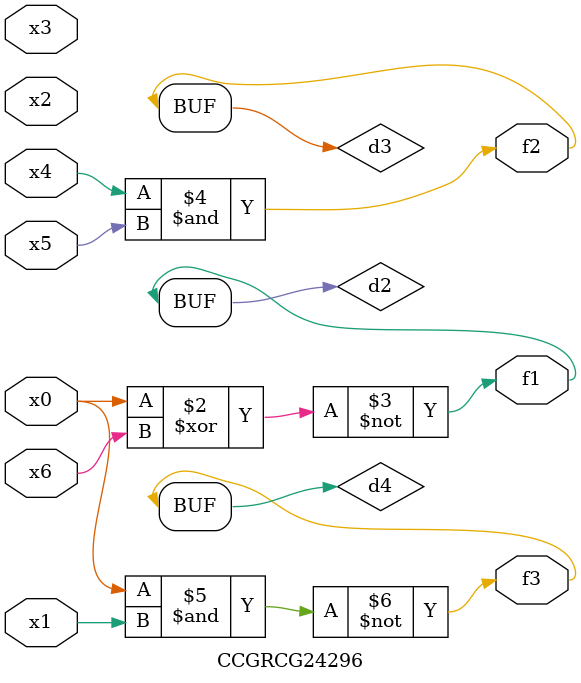
<source format=v>
module CCGRCG24296(
	input x0, x1, x2, x3, x4, x5, x6,
	output f1, f2, f3
);

	wire d1, d2, d3, d4;

	nor (d1, x0);
	xnor (d2, x0, x6);
	and (d3, x4, x5);
	nand (d4, x0, x1);
	assign f1 = d2;
	assign f2 = d3;
	assign f3 = d4;
endmodule

</source>
